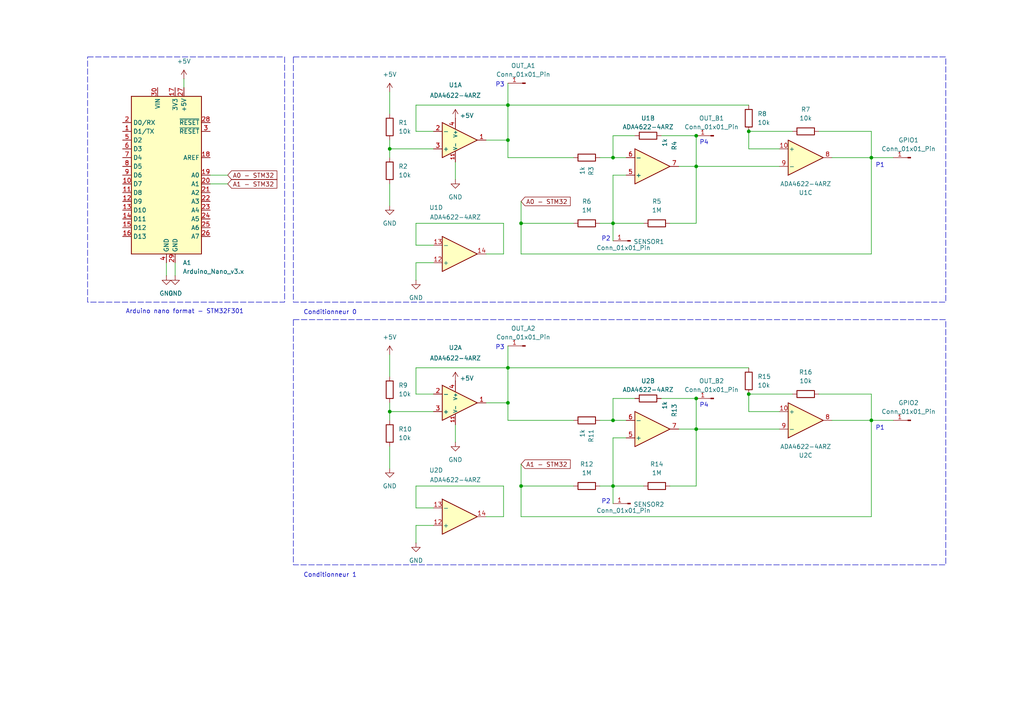
<source format=kicad_sch>
(kicad_sch (version 20231120) (generator "eeschema") (generator_version "8.0")
  (paper "A4")
  (title_block (title "Conditionneur - Projet Prototype") (date "2024-04-05") (comment 1 "Lucas VINCENT") (comment 2 "Thomas PICHOT"))
  (lib_symbols
    (symbol "Connector:Conn_01x01_Pin" (pin_names (offset 1.016) hide)
      (property "Reference" "J" (at 0 2.54 0))
      (property "Value" "Conn_01x01_Pin" (at 0 -2.54 0))
      (symbol "Conn_01x01_Pin_1_1"
        (polyline (pts (xy 1.27 0) (xy 0.8636 0)) (stroke (width 0.1524)))
        (rectangle (start 0.8636 0.127) (end 0 -0.127) (stroke (width 0.1524)) (fill (type outline)))
        (pin passive line (at 5.08 0 180) (length 3.81) (name "Pin_1") (number "1"))
      )
    )
    (symbol "Device:R" (pin_numbers hide) (pin_names (offset 0))
      (property "Reference" "R" (at 2.032 0 90))
      (property "Value" "R" (at 0 0 90))
      (symbol "R_0_1"
        (rectangle (start -1.016 -2.54) (end 1.016 2.54) (stroke (width 0.254)))
      )
      (symbol "R_1_1"
        (pin passive line (at 0 3.81 270) (length 1.27) (name "~") (number "1"))
        (pin passive line (at 0 -3.81 90) (length 1.27) (name "~") (number "2"))
      )
    )
    (symbol "MCU_Module:Arduino_Nano_v3.x"
      (property "Reference" "A" (at -10.16 23.495 0))
      (property "Value" "Arduino_Nano_v3.x" (at 5.08 -24.13 0))
      (symbol "Arduino_Nano_v3.x_0_1"
        (rectangle (start -10.16 22.86) (end 10.16 -22.86) (stroke (width 0.254)) (fill (type background)))
      )
      (symbol "Arduino_Nano_v3.x_1_1"
        (pin bidirectional line (at -12.7 12.7 0) (length 2.54) (name "D1/TX") (number "1"))
        (pin bidirectional line (at -12.7 -2.54 0) (length 2.54) (name "D7") (number "10"))
        (pin bidirectional line (at -12.7 -5.08 0) (length 2.54) (name "D8") (number "11"))
        (pin bidirectional line (at -12.7 -7.62 0) (length 2.54) (name "D9") (number "12"))
        (pin bidirectional line (at -12.7 -10.16 0) (length 2.54) (name "D10") (number "13"))
        (pin bidirectional line (at -12.7 -12.7 0) (length 2.54) (name "D11") (number "14"))
        (pin bidirectional line (at -12.7 -15.24 0) (length 2.54) (name "D12") (number "15"))
        (pin bidirectional line (at -12.7 -17.78 0) (length 2.54) (name "D13") (number "16"))
        (pin power_out line (at 2.54 25.4 270) (length 2.54) (name "3V3") (number "17"))
        (pin input line (at 12.7 5.08 180) (length 2.54) (name "AREF") (number "18"))
        (pin bidirectional line (at 12.7 0 180) (length 2.54) (name "A0") (number "19"))
        (pin bidirectional line (at -12.7 15.24 0) (length 2.54) (name "D0/RX") (number "2"))
        (pin bidirectional line (at 12.7 -2.54 180) (length 2.54) (name "A1") (number "20"))
        (pin bidirectional line (at 12.7 -5.08 180) (length 2.54) (name "A2") (number "21"))
        (pin bidirectional line (at 12.7 -7.62 180) (length 2.54) (name "A3") (number "22"))
        (pin bidirectional line (at 12.7 -10.16 180) (length 2.54) (name "A4") (number "23"))
        (pin bidirectional line (at 12.7 -12.7 180) (length 2.54) (name "A5") (number "24"))
        (pin bidirectional line (at 12.7 -15.24 180) (length 2.54) (name "A6") (number "25"))
        (pin bidirectional line (at 12.7 -17.78 180) (length 2.54) (name "A7") (number "26"))
        (pin power_out line (at 5.08 25.4 270) (length 2.54) (name "+5V") (number "27"))
        (pin input line (at 12.7 15.24 180) (length 2.54) (name "~{RESET}") (number "28"))
        (pin power_in line (at 2.54 -25.4 90) (length 2.54) (name "GND") (number "29"))
        (pin input line (at 12.7 12.7 180) (length 2.54) (name "~{RESET}") (number "3"))
        (pin power_in line (at -2.54 25.4 270) (length 2.54) (name "VIN") (number "30"))
        (pin power_in line (at 0 -25.4 90) (length 2.54) (name "GND") (number "4"))
        (pin bidirectional line (at -12.7 10.16 0) (length 2.54) (name "D2") (number "5"))
        (pin bidirectional line (at -12.7 7.62 0) (length 2.54) (name "D3") (number "6"))
        (pin bidirectional line (at -12.7 5.08 0) (length 2.54) (name "D4") (number "7"))
        (pin bidirectional line (at -12.7 2.54 0) (length 2.54) (name "D5") (number "8"))
        (pin bidirectional line (at -12.7 0 0) (length 2.54) (name "D6") (number "9"))
      )
    )
    (symbol "PCM_Amplifier_Operational_AKL:ADA4622-4ARZ" (pin_names (offset 0.2))
      (property "Reference" "U" (at 1.27 7.62 0))
      (property "Value" "ADA4622-4ARZ" (at 1.27 5.08 0))
      (symbol "ADA4622-4ARZ_0_1"
        (polyline (pts (xy -3.81 5.08) (xy -3.81 -5.08) (xy 6.35 0) (xy -3.81 5.08)) (stroke (width 0.254)) (fill (type background)))
      )
      (symbol "ADA4622-4ARZ_1_1"
        (pin output line (at 8.89 0 180) (length 2.54) (name "~") (number "1"))
        (pin power_in line (at 0 -6.35 90) (length 3.18) (name "V-") (number "11"))
        (pin input line (at -6.35 2.54 0) (length 2.54) (name "-") (number "2"))
        (pin input line (at -6.35 -2.54 0) (length 2.54) (name "+") (number "3"))
        (pin power_in line (at 0 6.35 270) (length 3.18) (name "V+") (number "4"))
      )
      (symbol "ADA4622-4ARZ_2_1"
        (pin input line (at -6.35 -2.54 0) (length 2.54) (name "+") (number "5"))
        (pin input line (at -6.35 2.54 0) (length 2.54) (name "-") (number "6"))
        (pin output line (at 8.89 0 180) (length 2.54) (name "~") (number "7"))
      )
      (symbol "ADA4622-4ARZ_3_1"
        (pin input line (at -6.35 -2.54 0) (length 2.54) (name "+") (number "10"))
        (pin output line (at 8.89 0 180) (length 2.54) (name "~") (number "8"))
        (pin input line (at -6.35 2.54 0) (length 2.54) (name "-") (number "9"))
      )
      (symbol "ADA4622-4ARZ_4_1"
        (pin input line (at -6.35 -2.54 0) (length 2.54) (name "+") (number "12"))
        (pin input line (at -6.35 2.54 0) (length 2.54) (name "-") (number "13"))
        (pin output line (at 8.89 0 180) (length 2.54) (name "~") (number "14"))
      )
    )
    (symbol "power:+5V" (power) (pin_numbers hide) (pin_names (offset 0) hide)
      (property "Value" "+5V" (at 0 3.556 0))
      (symbol "+5V_0_1"
        (polyline (pts (xy -0.762 1.27) (xy 0 2.54)))
        (polyline (pts (xy 0 0) (xy 0 2.54)))
        (polyline (pts (xy 0 2.54) (xy 0.762 1.27)))
      )
      (symbol "+5V_1_1"
        (pin power_in line (at 0 0 90) (length 0) (name "~") (number "1"))
      )
    )
    (symbol "power:GND" (power) (pin_numbers hide) (pin_names (offset 0) hide)
      (property "Value" "GND" (at 0 -3.81 0))
      (symbol "GND_0_1"
        (polyline (pts (xy 0 0) (xy 0 -1.27) (xy 1.27 -1.27) (xy 0 -2.54) (xy -1.27 -1.27) (xy 0 -1.27)))
      )
      (symbol "GND_1_1"
        (pin power_in line (at 0 0 270) (length 0) (name "~") (number "1"))
      )
    )
  )
  (junction (at 201.93 48.26))
  (junction (at 201.93 124.46))
  (junction (at 147.32 106.68))
  (junction (at 147.32 30.48))
  (junction (at 177.8 45.72))
  (junction (at 252.73 121.92))
  (junction (at 177.8 121.92))
  (junction (at 217.17 38.1))
  (junction (at 217.17 114.3))
  (junction (at 177.8 140.97))
  (junction (at 252.73 45.72))
  (junction (at 151.13 140.97))
  (junction (at 147.32 116.84))
  (junction (at 201.93 115.57))
  (junction (at 177.8 64.77))
  (junction (at 147.32 40.64))
  (junction (at 113.03 43.18))
  (junction (at 113.03 119.38))
  (junction (at 151.13 64.77))
  (junction (at 201.93 39.37))
  (wire (pts (xy 113.03 119.38) (xy 113.03 121.92)))
  (wire (pts (xy 252.73 45.72) (xy 252.73 73.66)))
  (wire (pts (xy 181.61 127) (xy 177.8 127)))
  (wire (pts (xy 177.8 127) (xy 177.8 140.97)))
  (wire (pts (xy 241.3 121.92) (xy 252.73 121.92)))
  (wire (pts (xy 151.13 73.66) (xy 252.73 73.66)))
  (wire (pts (xy 125.73 114.3) (xy 120.65 114.3)))
  (wire (pts (xy 173.99 140.97) (xy 177.8 140.97)))
  (wire (pts (xy 217.17 43.18) (xy 226.06 43.18)))
  (wire (pts (xy 113.03 43.18) (xy 113.03 45.72)))
  (wire (pts (xy 191.77 39.37) (xy 201.93 39.37)))
  (wire (pts (xy 120.65 152.4) (xy 125.73 152.4)))
  (wire (pts (xy 146.05 64.77) (xy 146.05 73.66)))
  (wire (pts (xy 237.49 114.3) (xy 252.73 114.3)))
  (wire (pts (xy 60.96 53.34) (xy 66.04 53.34)))
  (wire (pts (xy 120.65 157.48) (xy 120.65 152.4)))
  (wire (pts (xy 113.03 53.34) (xy 113.03 59.69)))
  (wire (pts (xy 184.15 39.37) (xy 177.8 39.37)))
  (wire (pts (xy 173.99 64.77) (xy 177.8 64.77)))
  (wire (pts (xy 177.8 64.77) (xy 186.69 64.77)))
  (wire (pts (xy 177.8 115.57) (xy 177.8 121.92)))
  (wire (pts (xy 151.13 134.62) (xy 151.13 140.97)))
  (wire (pts (xy 60.96 50.8) (xy 66.04 50.8)))
  (wire (pts (xy 177.8 140.97) (xy 186.69 140.97)))
  (wire (pts (xy 177.8 45.72) (xy 181.61 45.72)))
  (wire (pts (xy 147.32 30.48) (xy 147.32 40.64)))
  (wire (pts (xy 177.8 140.97) (xy 177.8 146.05)))
  (wire (pts (xy 252.73 45.72) (xy 259.08 45.72)))
  (wire (pts (xy 120.65 147.32) (xy 120.65 140.97)))
  (wire (pts (xy 120.65 114.3) (xy 120.65 106.68)))
  (wire (pts (xy 120.65 38.1) (xy 120.65 30.48)))
  (wire (pts (xy 181.61 50.8) (xy 177.8 50.8)))
  (wire (pts (xy 252.73 121.92) (xy 252.73 149.86)))
  (wire (pts (xy 217.17 119.38) (xy 226.06 119.38)))
  (wire (pts (xy 125.73 147.32) (xy 120.65 147.32)))
  (wire (pts (xy 201.93 124.46) (xy 226.06 124.46)))
  (wire (pts (xy 147.32 30.48) (xy 217.17 30.48)))
  (wire (pts (xy 113.03 116.84) (xy 113.03 119.38)))
  (wire (pts (xy 177.8 121.92) (xy 181.61 121.92)))
  (wire (pts (xy 252.73 114.3) (xy 252.73 121.92)))
  (wire (pts (xy 147.32 106.68) (xy 147.32 116.84)))
  (wire (pts (xy 147.32 106.68) (xy 217.17 106.68)))
  (wire (pts (xy 201.93 140.97) (xy 201.93 124.46)))
  (wire (pts (xy 113.03 102.87) (xy 113.03 109.22)))
  (wire (pts (xy 151.13 58.42) (xy 151.13 64.77)))
  (wire (pts (xy 120.65 30.48) (xy 147.32 30.48)))
  (wire (pts (xy 201.93 124.46) (xy 196.85 124.46)))
  (wire (pts (xy 120.65 106.68) (xy 147.32 106.68)))
  (wire (pts (xy 166.37 140.97) (xy 151.13 140.97)))
  (wire (pts (xy 120.65 71.12) (xy 120.65 64.77)))
  (wire (pts (xy 151.13 64.77) (xy 151.13 73.66)))
  (wire (pts (xy 146.05 149.86) (xy 140.97 149.86)))
  (wire (pts (xy 217.17 114.3) (xy 217.17 119.38)))
  (wire (pts (xy 241.3 45.72) (xy 252.73 45.72)))
  (wire (pts (xy 146.05 140.97) (xy 146.05 149.86)))
  (wire (pts (xy 147.32 100.33) (xy 147.32 106.68)))
  (wire (pts (xy 177.8 45.72) (xy 173.99 45.72)))
  (wire (pts (xy 201.93 39.37) (xy 201.93 48.26)))
  (wire (pts (xy 132.08 123.19) (xy 132.08 128.27)))
  (wire (pts (xy 113.03 40.64) (xy 113.03 43.18)))
  (wire (pts (xy 166.37 64.77) (xy 151.13 64.77)))
  (wire (pts (xy 151.13 140.97) (xy 151.13 149.86)))
  (wire (pts (xy 120.65 81.28) (xy 120.65 76.2)))
  (wire (pts (xy 113.03 26.67) (xy 113.03 33.02)))
  (wire (pts (xy 166.37 45.72) (xy 147.32 45.72)))
  (wire (pts (xy 113.03 129.54) (xy 113.03 135.89)))
  (wire (pts (xy 237.49 38.1) (xy 252.73 38.1)))
  (wire (pts (xy 191.77 115.57) (xy 201.93 115.57)))
  (wire (pts (xy 147.32 116.84) (xy 140.97 116.84)))
  (wire (pts (xy 177.8 39.37) (xy 177.8 45.72)))
  (wire (pts (xy 147.32 40.64) (xy 140.97 40.64)))
  (wire (pts (xy 120.65 64.77) (xy 146.05 64.77)))
  (wire (pts (xy 177.8 121.92) (xy 173.99 121.92)))
  (wire (pts (xy 194.31 64.77) (xy 201.93 64.77)))
  (wire (pts (xy 252.73 38.1) (xy 252.73 45.72)))
  (wire (pts (xy 132.08 46.99) (xy 132.08 52.07)))
  (wire (pts (xy 120.65 140.97) (xy 146.05 140.97)))
  (wire (pts (xy 201.93 48.26) (xy 226.06 48.26)))
  (wire (pts (xy 201.93 48.26) (xy 196.85 48.26)))
  (wire (pts (xy 125.73 38.1) (xy 120.65 38.1)))
  (wire (pts (xy 147.32 45.72) (xy 147.32 40.64)))
  (wire (pts (xy 201.93 64.77) (xy 201.93 48.26)))
  (wire (pts (xy 252.73 121.92) (xy 259.08 121.92)))
  (wire (pts (xy 53.34 22.86) (xy 53.34 25.4)))
  (wire (pts (xy 50.8 76.2) (xy 50.8 80.01)))
  (wire (pts (xy 177.8 64.77) (xy 177.8 69.85)))
  (wire (pts (xy 201.93 115.57) (xy 201.93 124.46)))
  (wire (pts (xy 48.26 76.2) (xy 48.26 80.01)))
  (wire (pts (xy 113.03 43.18) (xy 125.73 43.18)))
  (wire (pts (xy 166.37 121.92) (xy 147.32 121.92)))
  (wire (pts (xy 125.73 71.12) (xy 120.65 71.12)))
  (wire (pts (xy 194.31 140.97) (xy 201.93 140.97)))
  (wire (pts (xy 177.8 50.8) (xy 177.8 64.77)))
  (wire (pts (xy 113.03 119.38) (xy 125.73 119.38)))
  (wire (pts (xy 217.17 38.1) (xy 229.87 38.1)))
  (wire (pts (xy 147.32 24.13) (xy 147.32 30.48)))
  (wire (pts (xy 217.17 38.1) (xy 217.17 43.18)))
  (wire (pts (xy 146.05 73.66) (xy 140.97 73.66)))
  (wire (pts (xy 147.32 121.92) (xy 147.32 116.84)))
  (wire (pts (xy 184.15 115.57) (xy 177.8 115.57)))
  (wire (pts (xy 151.13 149.86) (xy 252.73 149.86)))
  (wire (pts (xy 217.17 114.3) (xy 229.87 114.3)))
  (wire (pts (xy 120.65 76.2) (xy 125.73 76.2)))
  (rectangle (start 85.09 16.51) (end 274.32 87.63) (stroke (width 0) (type dash)))
  (rectangle (start 25.4 16.51) (end 82.55 87.63) (stroke (width 0) (type dash)))
  (rectangle (start 85.09 92.71) (end 274.32 163.83) (stroke (width 0) (type dash)))
  (text "P3\n" (at 145.034 24.638 0) (effects (font (size 1.27 1.27))))
  (text "Conditionneur 0" (at 95.758 90.678 0) (effects (font (size 1.27 1.27))))
  (text "P2" (at 175.768 69.342 0) (effects (font (size 1.27 1.27))))
  (text "P1" (at 255.27 124.206 0) (effects (font (size 1.27 1.27))))
  (text "P4" (at 204.216 41.402 0) (effects (font (size 1.27 1.27))))
  (text "Conditionneur 1" (at 95.758 166.878 0) (effects (font (size 1.27 1.27))))
  (text "P4" (at 204.216 117.602 0) (effects (font (size 1.27 1.27))))
  (text "P3\n" (at 145.034 100.838 0) (effects (font (size 1.27 1.27))))
  (text "P1" (at 255.27 48.006 0) (effects (font (size 1.27 1.27))))
  (text "Arduino nano format - STM32F301" (at 53.594 90.424 0) (effects (font (size 1.27 1.27))))
  (text "P2" (at 175.768 145.542 0) (effects (font (size 1.27 1.27))))
  (global_label "A0 - STM32" (shape input) (at 151.13 58.42 0) (property "Intersheetrefs" "${INTERSHEET_REFS}" (effects (hide yes))))
  (global_label "A1 - STM32" (shape input) (at 151.13 134.62 0) (property "Intersheetrefs" "${INTERSHEET_REFS}" (effects (hide yes))))
  (global_label "A0 - STM32" (shape input) (at 66.04 50.8 0) (property "Intersheetrefs" "${INTERSHEET_REFS}" (effects (hide yes))))
  (global_label "A1 - STM32" (shape input) (at 66.04 53.34 0) (property "Intersheetrefs" "${INTERSHEET_REFS}" (effects (hide yes))))
  (symbol (lib_id "power:GND") (at 120.65 81.28 0) (unit 1)
    (property "Reference" "#PWR03" (effects (hide yes)))
    (property "Value" "GND" (at 120.65 86.36 0))
    (property "Description" "Power symbol creates a global label with name \"GND\" , ground" (effects (hide yes)))
  )
  (symbol (lib_id "Connector:Conn_01x01_Pin") (at 264.16 45.72 180) (unit 1)
    (property "Reference" "GPIO1" (at 263.525 40.64 0))
    (property "Value" "Conn_01x01_Pin" (at 263.525 43.18 0))
    (property "Footprint" "Connector_PinHeader_2.54mm:PinHeader_1x01_P2.54mm_Vertical" (effects (hide yes)))
    (property "Description" "Generic connector, single row, 01x01, script generated" (effects (hide yes)))
  )
  (symbol (lib_id "Device:R") (at 190.5 140.97 90) (unit 1)
    (property "Reference" "R14" (at 190.5 134.62 90))
    (property "Value" "1M" (at 190.5 137.16 90))
    (property "Footprint" "Resistor_SMD:R_0805_2012Metric" (effects (hide yes)))
    (property "Description" "Resistor" (effects (hide yes)))
  )
  (symbol (lib_id "Connector:Conn_01x01_Pin") (at 264.16 121.92 180) (unit 1)
    (property "Reference" "GPIO2" (at 263.525 116.84 0))
    (property "Value" "Conn_01x01_Pin" (at 263.525 119.38 0))
    (property "Footprint" "Connector_PinHeader_2.54mm:PinHeader_1x01_P2.54mm_Vertical" (effects (hide yes)))
    (property "Description" "Generic connector, single row, 01x01, script generated" (effects (hide yes)))
  )
  (symbol (lib_id "Device:R") (at 170.18 45.72 270) (unit 1)
    (property "Reference" "R3" (at 171.4501 48.26 0) (effects (justify left)))
    (property "Value" "1k" (at 168.9101 48.26 0) (effects (justify left)))
    (property "Footprint" "Resistor_SMD:R_0805_2012Metric" (effects (hide yes)))
    (property "Description" "Resistor" (effects (hide yes)))
  )
  (symbol (lib_id "power:GND") (at 48.26 80.01 0) (unit 1)
    (property "Reference" "#PWR04" (effects (hide yes)))
    (property "Value" "GND" (at 48.26 85.09 0))
    (property "Description" "Power symbol creates a global label with name \"GND\" , ground" (effects (hide yes)))
  )
  (symbol (lib_id "Device:R") (at 113.03 36.83 0) (unit 1)
    (property "Reference" "R1" (at 115.57 35.5599 0) (effects (justify left)))
    (property "Value" "10k" (at 115.57 38.0999 0) (effects (justify left)))
    (property "Footprint" "Resistor_SMD:R_0805_2012Metric" (effects (hide yes)))
    (property "Description" "Resistor" (effects (hide yes)))
  )
  (symbol (lib_id "power:+5V") (at 132.08 110.49 0) (unit 1)
    (property "Reference" "#PWR012" (effects (hide yes)))
    (property "Value" "+5V" (at 135.382 109.728 0))
    (property "Description" "Power symbol creates a global label with name \"+5V\"" (effects (hide yes)))
  )
  (symbol (lib_id "Device:R") (at 113.03 125.73 0) (unit 1)
    (property "Reference" "R10" (at 115.57 124.4599 0) (effects (justify left)))
    (property "Value" "10k" (at 115.57 126.9999 0) (effects (justify left)))
    (property "Footprint" "Resistor_SMD:R_0805_2012Metric" (effects (hide yes)))
    (property "Description" "Resistor" (effects (hide yes)))
  )
  (symbol (lib_id "PCM_Amplifier_Operational_AKL:ADA4622-4ARZ") (at 187.96 124.46 0) (unit 2)
    (property "Reference" "U2" (at 187.96 110.49 0))
    (property "Value" "ADA4622-4ARZ" (at 187.96 113.03 0))
    (property "Footprint" "PCM_Package_SO_AKL:SOIC-14_3.9x8.7mm_P1.27mm" (effects (hide yes)))
    (property "Datasheet" "https://www.tme.eu/Document/d36d8d41df5dfd041dfe750941d70940/ADA4622-1-2-4.pdf" (effects (hide yes)))
    (property "Description" "SO-14 Quad Precision Rail-to-Rail Operational Amplifier, 800μV Offset, 15μV/°C Drift, 8MHz GBW, Alternate KiCAD Library" (effects (hide yes)))
  )
  (symbol (lib_id "PCM_Amplifier_Operational_AKL:ADA4622-4ARZ") (at 132.08 40.64 0) (unit 1)
    (property "Reference" "U1" (at 132.08 24.638 0))
    (property "Value" "ADA4622-4ARZ" (at 132.08 27.686 0))
    (property "Footprint" "PCM_Package_SO_AKL:SOIC-14_3.9x8.7mm_P1.27mm" (effects (hide yes)))
    (property "Datasheet" "https://www.tme.eu/Document/d36d8d41df5dfd041dfe750941d70940/ADA4622-1-2-4.pdf" (effects (hide yes)))
    (property "Description" "SO-14 Quad Precision Rail-to-Rail Operational Amplifier, 800μV Offset, 15μV/°C Drift, 8MHz GBW, Alternate KiCAD Library" (effects (hide yes)))
  )
  (symbol (lib_id "power:GND") (at 113.03 59.69 0) (unit 1)
    (property "Reference" "#PWR01" (effects (hide yes)))
    (property "Value" "GND" (at 113.03 64.77 0))
    (property "Description" "Power symbol creates a global label with name \"GND\" , ground" (effects (hide yes)))
  )
  (symbol (lib_id "power:GND") (at 50.8 80.01 0) (unit 1)
    (property "Reference" "#PWR010" (effects (hide yes)))
    (property "Value" "GND" (at 50.8 85.09 0))
    (property "Description" "Power symbol creates a global label with name \"GND\" , ground" (effects (hide yes)))
  )
  (symbol (lib_id "power:+5V") (at 113.03 26.67 0) (unit 1)
    (property "Reference" "#PWR08" (effects (hide yes)))
    (property "Value" "+5V" (at 113.03 21.59 0))
    (property "Description" "Power symbol creates a global label with name \"+5V\"" (effects (hide yes)))
  )
  (symbol (lib_id "power:+5V") (at 113.03 102.87 0) (unit 1)
    (property "Reference" "#PWR05" (effects (hide yes)))
    (property "Value" "+5V" (at 113.03 97.79 0))
    (property "Description" "Power symbol creates a global label with name \"+5V\"" (effects (hide yes)))
  )
  (symbol (lib_id "Device:R") (at 187.96 39.37 270) (unit 1)
    (property "Reference" "R4" (at 195.58 40.894 0) (effects (justify left)))
    (property "Value" "1k" (at 192.786 40.132 0) (effects (justify left)))
    (property "Footprint" "Resistor_SMD:R_0805_2012Metric" (effects (hide yes)))
    (property "Description" "Resistor" (effects (hide yes)))
  )
  (symbol (lib_id "power:GND") (at 132.08 52.07 0) (mirror y) (unit 1)
    (property "Reference" "#PWR02" (effects (hide yes)))
    (property "Value" "GND" (at 132.08 57.15 0))
    (property "Description" "Power symbol creates a global label with name \"GND\" , ground" (effects (hide yes)))
  )
  (symbol (lib_id "PCM_Amplifier_Operational_AKL:ADA4622-4ARZ") (at 132.08 149.86 0) (unit 4)
    (property "Reference" "U2" (at 126.492 136.398 0))
    (property "Value" "ADA4622-4ARZ" (at 132.08 139.192 0))
    (property "Footprint" "PCM_Package_SO_AKL:SOIC-14_3.9x8.7mm_P1.27mm" (effects (hide yes)))
    (property "Datasheet" "https://www.tme.eu/Document/d36d8d41df5dfd041dfe750941d70940/ADA4622-1-2-4.pdf" (effects (hide yes)))
    (property "Description" "SO-14 Quad Precision Rail-to-Rail Operational Amplifier, 800μV Offset, 15μV/°C Drift, 8MHz GBW, Alternate KiCAD Library" (effects (hide yes)))
  )
  (symbol (lib_id "Device:R") (at 170.18 121.92 270) (unit 1)
    (property "Reference" "R11" (at 171.4501 124.46 0) (effects (justify left)))
    (property "Value" "1k" (at 168.9101 124.46 0) (effects (justify left)))
    (property "Footprint" "Resistor_SMD:R_0805_2012Metric" (effects (hide yes)))
    (property "Description" "Resistor" (effects (hide yes)))
  )
  (symbol (lib_id "power:+5V") (at 132.08 34.29 0) (unit 1)
    (property "Reference" "#PWR09" (effects (hide yes)))
    (property "Value" "+5V" (at 135.382 33.528 0))
    (property "Description" "Power symbol creates a global label with name \"+5V\"" (effects (hide yes)))
  )
  (symbol (lib_id "Device:R") (at 170.18 140.97 90) (unit 1)
    (property "Reference" "R12" (at 170.18 134.62 90))
    (property "Value" "1M" (at 170.18 137.16 90))
    (property "Footprint" "Resistor_SMD:R_0805_2012Metric" (effects (hide yes)))
    (property "Description" "Resistor" (effects (hide yes)))
  )
  (symbol (lib_id "Device:R") (at 113.03 113.03 0) (unit 1)
    (property "Reference" "R9" (at 115.57 111.7599 0) (effects (justify left)))
    (property "Value" "10k" (at 115.57 114.2999 0) (effects (justify left)))
    (property "Footprint" "Resistor_SMD:R_0805_2012Metric" (effects (hide yes)))
    (property "Description" "Resistor" (effects (hide yes)))
  )
  (symbol (lib_id "Connector:Conn_01x01_Pin") (at 152.4 100.33 180) (unit 1)
    (property "Reference" "OUT_A2" (at 151.765 95.25 0))
    (property "Value" "Conn_01x01_Pin" (at 151.765 97.79 0))
    (property "Footprint" "Connector_PinHeader_2.54mm:PinHeader_1x01_P2.54mm_Vertical" (effects (hide yes)))
    (property "Description" "Generic connector, single row, 01x01, script generated" (effects (hide yes)))
  )
  (symbol (lib_id "Device:R") (at 217.17 110.49 0) (unit 1)
    (property "Reference" "R15" (at 219.71 109.2199 0) (effects (justify left)))
    (property "Value" "10k" (at 219.71 111.7599 0) (effects (justify left)))
    (property "Footprint" "Resistor_SMD:R_0805_2012Metric" (effects (hide yes)))
    (property "Description" "Resistor" (effects (hide yes)))
  )
  (symbol (lib_id "power:GND") (at 132.08 128.27 0) (mirror y) (unit 1)
    (property "Reference" "#PWR013" (effects (hide yes)))
    (property "Value" "GND" (at 132.08 133.35 0))
    (property "Description" "Power symbol creates a global label with name \"GND\" , ground" (effects (hide yes)))
  )
  (symbol (lib_id "MCU_Module:Arduino_Nano_v3.x") (at 48.26 50.8 0) (unit 1)
    (property "Reference" "A1" (at 52.9941 76.2 0) (effects (justify left)))
    (property "Value" "Arduino_Nano_v3.x" (at 52.9941 78.74 0) (effects (justify left)))
    (property "Footprint" "Module:Arduino_Nano" (effects (hide yes)))
    (property "Datasheet" "http://www.mouser.com/pdfdocs/Gravitech_Arduino_Nano3_0.pdf" (effects (hide yes)))
    (property "Description" "Arduino Nano v3.x" (effects (hide yes)))
  )
  (symbol (lib_id "Connector:Conn_01x01_Pin") (at 207.01 39.37 180) (unit 1)
    (property "Reference" "OUT_B1" (at 206.375 34.29 0))
    (property "Value" "Conn_01x01_Pin" (at 206.375 36.83 0))
    (property "Footprint" "Connector_PinHeader_2.54mm:PinHeader_1x01_P2.54mm_Vertical" (effects (hide yes)))
    (property "Description" "Generic connector, single row, 01x01, script generated" (effects (hide yes)))
  )
  (symbol (lib_id "Device:R") (at 190.5 64.77 90) (unit 1)
    (property "Reference" "R5" (at 190.5 58.42 90))
    (property "Value" "1M" (at 190.5 60.96 90))
    (property "Footprint" "Resistor_SMD:R_0805_2012Metric" (effects (hide yes)))
    (property "Description" "Resistor" (effects (hide yes)))
  )
  (symbol (lib_id "PCM_Amplifier_Operational_AKL:ADA4622-4ARZ") (at 187.96 48.26 0) (unit 2)
    (property "Reference" "U1" (at 187.96 34.29 0))
    (property "Value" "ADA4622-4ARZ" (at 187.96 36.83 0))
    (property "Footprint" "PCM_Package_SO_AKL:SOIC-14_3.9x8.7mm_P1.27mm" (effects (hide yes)))
    (property "Datasheet" "https://www.tme.eu/Document/d36d8d41df5dfd041dfe750941d70940/ADA4622-1-2-4.pdf" (effects (hide yes)))
    (property "Description" "SO-14 Quad Precision Rail-to-Rail Operational Amplifier, 800μV Offset, 15μV/°C Drift, 8MHz GBW, Alternate KiCAD Library" (effects (hide yes)))
  )
  (symbol (lib_id "Connector:Conn_01x01_Pin") (at 182.88 146.05 180) (unit 1)
    (property "Reference" "SENSOR2" (at 188.214 146.304 0))
    (property "Value" "Conn_01x01_Pin" (at 180.848 148.082 0))
    (property "Footprint" "Connector_PinHeader_2.54mm:PinHeader_1x01_P2.54mm_Vertical" (effects (hide yes)))
    (property "Description" "Generic connector, single row, 01x01, script generated" (effects (hide yes)))
  )
  (symbol (lib_id "power:GND") (at 120.65 157.48 0) (unit 1)
    (property "Reference" "#PWR011" (effects (hide yes)))
    (property "Value" "GND" (at 120.65 162.56 0))
    (property "Description" "Power symbol creates a global label with name \"GND\" , ground" (effects (hide yes)))
  )
  (symbol (lib_id "Device:R") (at 217.17 34.29 0) (unit 1)
    (property "Reference" "R8" (at 219.71 33.0199 0) (effects (justify left)))
    (property "Value" "10k" (at 219.71 35.5599 0) (effects (justify left)))
    (property "Footprint" "Resistor_SMD:R_0805_2012Metric" (effects (hide yes)))
    (property "Description" "Resistor" (effects (hide yes)))
  )
  (symbol (lib_id "Device:R") (at 187.96 115.57 270) (unit 1)
    (property "Reference" "R13" (at 195.58 117.094 0) (effects (justify left)))
    (property "Value" "1k" (at 192.786 116.332 0) (effects (justify left)))
    (property "Footprint" "Resistor_SMD:R_0805_2012Metric" (effects (hide yes)))
    (property "Description" "Resistor" (effects (hide yes)))
  )
  (symbol (lib_id "Connector:Conn_01x01_Pin") (at 152.4 24.13 180) (unit 1)
    (property "Reference" "OUT_A1" (at 151.765 19.05 0))
    (property "Value" "Conn_01x01_Pin" (at 151.765 21.59 0))
    (property "Footprint" "Connector_PinHeader_2.54mm:PinHeader_1x01_P2.54mm_Vertical" (effects (hide yes)))
    (property "Description" "Generic connector, single row, 01x01, script generated" (effects (hide yes)))
  )
  (symbol (lib_id "Device:R") (at 233.68 38.1 90) (unit 1)
    (property "Reference" "R7" (at 233.68 31.75 90))
    (property "Value" "10k" (at 233.68 34.29 90))
    (property "Footprint" "Resistor_SMD:R_0805_2012Metric" (effects (hide yes)))
    (property "Description" "Resistor" (effects (hide yes)))
  )
  (symbol (lib_id "Device:R") (at 233.68 114.3 90) (unit 1)
    (property "Reference" "R16" (at 233.68 107.95 90))
    (property "Value" "10k" (at 233.68 110.49 90))
    (property "Footprint" "Resistor_SMD:R_0805_2012Metric" (effects (hide yes)))
    (property "Description" "Resistor" (effects (hide yes)))
  )
  (symbol (lib_id "PCM_Amplifier_Operational_AKL:ADA4622-4ARZ") (at 132.08 73.66 0) (unit 4)
    (property "Reference" "U1" (at 126.492 60.198 0))
    (property "Value" "ADA4622-4ARZ" (at 132.08 62.992 0))
    (property "Footprint" "PCM_Package_SO_AKL:SOIC-14_3.9x8.7mm_P1.27mm" (effects (hide yes)))
    (property "Datasheet" "https://www.tme.eu/Document/d36d8d41df5dfd041dfe750941d70940/ADA4622-1-2-4.pdf" (effects (hide yes)))
    (property "Description" "SO-14 Quad Precision Rail-to-Rail Operational Amplifier, 800μV Offset, 15μV/°C Drift, 8MHz GBW, Alternate KiCAD Library" (effects (hide yes)))
  )
  (symbol (lib_id "PCM_Amplifier_Operational_AKL:ADA4622-4ARZ") (at 232.41 121.92 0) (mirror x) (unit 3)
    (property "Reference" "U2" (at 233.68 132.08 0))
    (property "Value" "ADA4622-4ARZ" (at 233.68 129.54 0))
    (property "Footprint" "PCM_Package_SO_AKL:SOIC-14_3.9x8.7mm_P1.27mm" (effects (hide yes)))
    (property "Datasheet" "https://www.tme.eu/Document/d36d8d41df5dfd041dfe750941d70940/ADA4622-1-2-4.pdf" (effects (hide yes)))
    (property "Description" "SO-14 Quad Precision Rail-to-Rail Operational Amplifier, 800μV Offset, 15μV/°C Drift, 8MHz GBW, Alternate KiCAD Library" (effects (hide yes)))
  )
  (symbol (lib_id "PCM_Amplifier_Operational_AKL:ADA4622-4ARZ") (at 132.08 116.84 0) (unit 1)
    (property "Reference" "U2" (at 132.08 100.838 0))
    (property "Value" "ADA4622-4ARZ" (at 132.08 103.886 0))
    (property "Footprint" "PCM_Package_SO_AKL:SOIC-14_3.9x8.7mm_P1.27mm" (effects (hide yes)))
    (property "Datasheet" "https://www.tme.eu/Document/d36d8d41df5dfd041dfe750941d70940/ADA4622-1-2-4.pdf" (effects (hide yes)))
    (property "Description" "SO-14 Quad Precision Rail-to-Rail Operational Amplifier, 800μV Offset, 15μV/°C Drift, 8MHz GBW, Alternate KiCAD Library" (effects (hide yes)))
  )
  (symbol (lib_id "Connector:Conn_01x01_Pin") (at 207.01 115.57 180) (unit 1)
    (property "Reference" "OUT_B2" (at 206.375 110.49 0))
    (property "Value" "Conn_01x01_Pin" (at 206.375 113.03 0))
    (property "Footprint" "Connector_PinHeader_2.54mm:PinHeader_1x01_P2.54mm_Vertical" (effects (hide yes)))
    (property "Description" "Generic connector, single row, 01x01, script generated" (effects (hide yes)))
  )
  (symbol (lib_id "Device:R") (at 113.03 49.53 0) (unit 1)
    (property "Reference" "R2" (at 115.57 48.2599 0) (effects (justify left)))
    (property "Value" "10k" (at 115.57 50.7999 0) (effects (justify left)))
    (property "Footprint" "Resistor_SMD:R_0805_2012Metric" (effects (hide yes)))
    (property "Description" "Resistor" (effects (hide yes)))
  )
  (symbol (lib_id "PCM_Amplifier_Operational_AKL:ADA4622-4ARZ") (at 232.41 45.72 0) (mirror x) (unit 3)
    (property "Reference" "U1" (at 233.68 55.88 0))
    (property "Value" "ADA4622-4ARZ" (at 233.68 53.34 0))
    (property "Footprint" "PCM_Package_SO_AKL:SOIC-14_3.9x8.7mm_P1.27mm" (effects (hide yes)))
    (property "Datasheet" "https://www.tme.eu/Document/d36d8d41df5dfd041dfe750941d70940/ADA4622-1-2-4.pdf" (effects (hide yes)))
    (property "Description" "SO-14 Quad Precision Rail-to-Rail Operational Amplifier, 800μV Offset, 15μV/°C Drift, 8MHz GBW, Alternate KiCAD Library" (effects (hide yes)))
  )
  (symbol (lib_id "power:+5V") (at 53.34 22.86 0) (unit 1)
    (property "Reference" "#PWR07" (effects (hide yes)))
    (property "Value" "+5V" (at 53.34 17.78 0))
    (property "Description" "Power symbol creates a global label with name \"+5V\"" (effects (hide yes)))
  )
  (symbol (lib_id "Connector:Conn_01x01_Pin") (at 182.88 69.85 180) (unit 1)
    (property "Reference" "SENSOR1" (at 188.214 70.104 0))
    (property "Value" "Conn_01x01_Pin" (at 180.848 71.882 0))
    (property "Footprint" "Connector_PinHeader_2.54mm:PinHeader_1x01_P2.54mm_Vertical" (effects (hide yes)))
    (property "Description" "Generic connector, single row, 01x01, script generated" (effects (hide yes)))
  )
  (symbol (lib_id "power:GND") (at 113.03 135.89 0) (unit 1)
    (property "Reference" "#PWR06" (effects (hide yes)))
    (property "Value" "GND" (at 113.03 140.97 0))
    (property "Description" "Power symbol creates a global label with name \"GND\" , ground" (effects (hide yes)))
  )
  (symbol (lib_id "Device:R") (at 170.18 64.77 90) (unit 1)
    (property "Reference" "R6" (at 170.18 58.42 90))
    (property "Value" "1M" (at 170.18 60.96 90))
    (property "Footprint" "Resistor_SMD:R_0805_2012Metric" (effects (hide yes)))
    (property "Description" "Resistor" (effects (hide yes)))
  )
)
</source>
